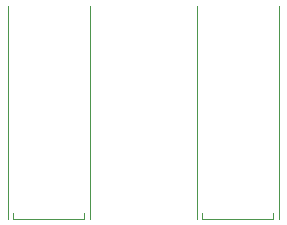
<source format=gbr>
G04 #@! TF.GenerationSoftware,KiCad,Pcbnew,(5.1.9)-1*
G04 #@! TF.CreationDate,2021-05-17T23:45:00+02:00*
G04 #@! TF.ProjectId,Omamori,4f6d616d-6f72-4692-9e6b-696361645f70,rev?*
G04 #@! TF.SameCoordinates,Original*
G04 #@! TF.FileFunction,Legend,Top*
G04 #@! TF.FilePolarity,Positive*
%FSLAX46Y46*%
G04 Gerber Fmt 4.6, Leading zero omitted, Abs format (unit mm)*
G04 Created by KiCad (PCBNEW (5.1.9)-1) date 2021-05-17 23:45:00*
%MOMM*%
%LPD*%
G01*
G04 APERTURE LIST*
%ADD10C,0.120000*%
G04 APERTURE END LIST*
D10*
X20000000Y-39000000D02*
X20000000Y-38500000D01*
X14000000Y-39000000D02*
X14000000Y-38500000D01*
X20000000Y-39000000D02*
X14000000Y-39000000D01*
X13500000Y-21000000D02*
X13500000Y-39000000D01*
X20500000Y-21000000D02*
X20500000Y-39000000D01*
X36000000Y-39000000D02*
X36000000Y-38500000D01*
X30000000Y-39000000D02*
X30000000Y-38500000D01*
X36000000Y-39000000D02*
X30000000Y-39000000D01*
X29500000Y-21000000D02*
X29500000Y-39000000D01*
X36500000Y-21000000D02*
X36500000Y-39000000D01*
M02*

</source>
